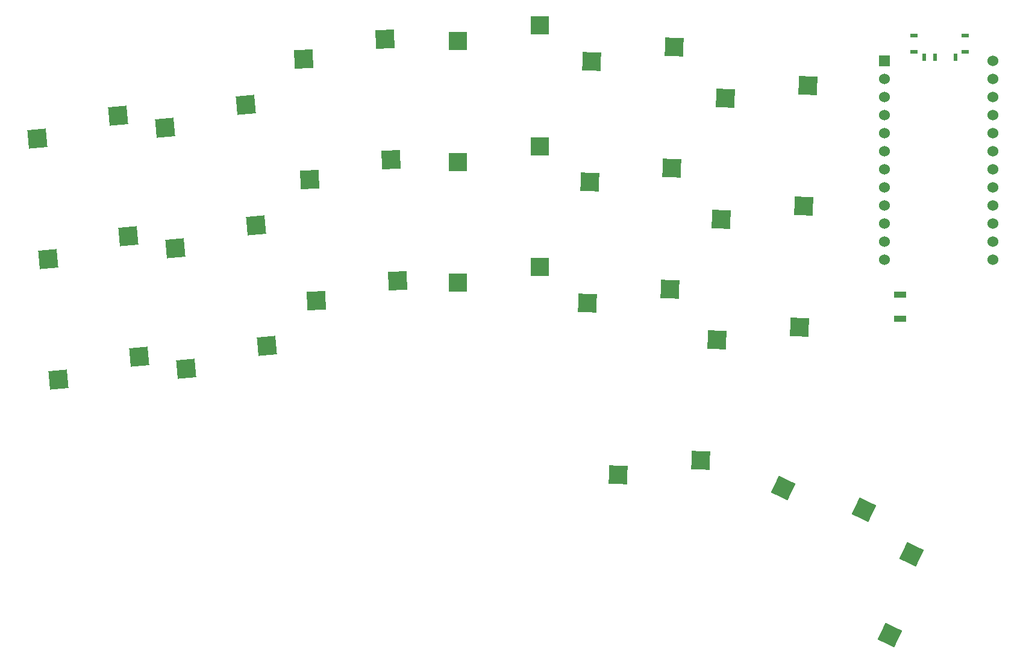
<source format=gtp>
G04 #@! TF.GenerationSoftware,KiCad,Pcbnew,8.0.4*
G04 #@! TF.CreationDate,2024-09-08T01:48:39+02:00*
G04 #@! TF.ProjectId,hookah,686f6f6b-6168-42e6-9b69-6361645f7063,1*
G04 #@! TF.SameCoordinates,Original*
G04 #@! TF.FileFunction,Paste,Top*
G04 #@! TF.FilePolarity,Positive*
%FSLAX46Y46*%
G04 Gerber Fmt 4.6, Leading zero omitted, Abs format (unit mm)*
G04 Created by KiCad (PCBNEW 8.0.4) date 2024-09-08 01:48:39*
%MOMM*%
%LPD*%
G01*
G04 APERTURE LIST*
G04 Aperture macros list*
%AMRotRect*
0 Rectangle, with rotation*
0 The origin of the aperture is its center*
0 $1 length*
0 $2 width*
0 $3 Rotation angle, in degrees counterclockwise*
0 Add horizontal line*
21,1,$1,$2,0,0,$3*%
G04 Aperture macros list end*
%ADD10RotRect,2.600000X2.600000X179.000000*%
%ADD11RotRect,2.600000X2.600000X244.000000*%
%ADD12RotRect,2.600000X2.600000X183.000000*%
%ADD13RotRect,2.600000X2.600000X185.000000*%
%ADD14C,1.524000*%
%ADD15R,1.524000X1.524000*%
%ADD16R,1.100000X0.600000*%
%ADD17R,1.000000X0.600000*%
%ADD18R,0.600000X1.000000*%
%ADD19R,2.600000X2.600000*%
%ADD20RotRect,2.600000X2.600000X154.000000*%
%ADD21R,1.700000X0.900000*%
%ADD22RotRect,2.600000X2.600000X178.000000*%
G04 APERTURE END LIST*
D10*
X145930934Y-73820730D03*
X134344298Y-75818819D03*
X146227625Y-56823321D03*
X134640989Y-58821410D03*
D11*
X179931347Y-111114814D03*
X176845508Y-122460302D03*
D12*
X106751464Y-55657602D03*
X95332432Y-58459067D03*
D13*
X71333182Y-83371692D03*
X60018876Y-86569970D03*
D12*
X105861754Y-38680899D03*
X94442722Y-41482364D03*
D13*
X69851533Y-66436384D03*
X58537227Y-69634662D03*
D14*
X191363788Y-41796555D03*
X176123788Y-41796555D03*
D15*
X176123788Y-41796555D03*
D14*
X191363788Y-44336555D03*
X176123788Y-44336555D03*
X191363788Y-46876555D03*
X176123788Y-46876555D03*
X191363788Y-49416555D03*
X176123788Y-49416555D03*
X176123788Y-51956555D03*
X191363788Y-51956556D03*
X191363788Y-54496554D03*
X176123788Y-54496555D03*
X191363788Y-57036555D03*
X176123788Y-57036556D03*
X176123788Y-59576554D03*
X191363788Y-59576555D03*
X191363788Y-62116555D03*
X176123788Y-62116555D03*
X191363788Y-64656555D03*
X176123788Y-64656555D03*
X191363788Y-67196555D03*
X176123788Y-67196555D03*
X191363788Y-69736555D03*
X176123788Y-69736555D03*
D16*
X180257687Y-38227857D03*
D17*
X187457687Y-38227858D03*
D16*
X187457687Y-40513858D03*
D17*
X180257687Y-40513858D03*
D18*
X186057688Y-41220858D03*
X183157687Y-41220858D03*
X181657687Y-41220858D03*
D19*
X127677594Y-70762666D03*
X116127594Y-72962666D03*
D12*
X107641179Y-72634304D03*
X96222147Y-75435769D03*
D13*
X86301389Y-47932269D03*
X74987083Y-51130547D03*
D19*
X127677591Y-36762668D03*
X116127591Y-38962668D03*
D20*
X173217449Y-104864197D03*
X161871961Y-101778358D03*
D13*
X87783040Y-64867579D03*
X76468734Y-68065857D03*
D19*
X127677590Y-53762669D03*
X116127590Y-55962669D03*
D13*
X89264684Y-81802890D03*
X77950378Y-85001168D03*
X68369887Y-49501074D03*
X57055581Y-52699352D03*
D21*
X178295487Y-78027856D03*
X178295487Y-74627856D03*
D10*
X150251391Y-97895613D03*
X138664755Y-99893702D03*
D22*
X164776539Y-62204326D03*
X153156796Y-63999897D03*
X164183245Y-79193970D03*
X152563502Y-80989541D03*
X165369827Y-45214681D03*
X153750084Y-47010252D03*
D10*
X146524318Y-39825912D03*
X134937682Y-41824001D03*
M02*

</source>
